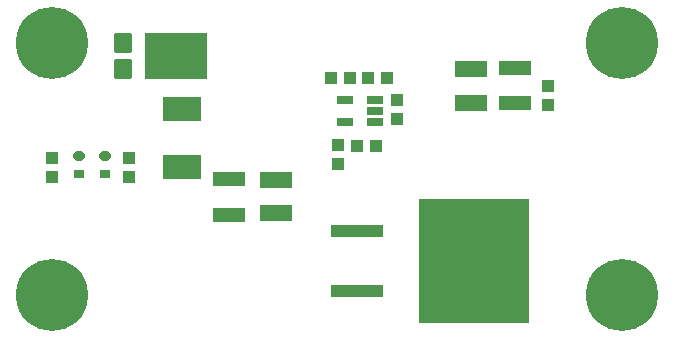
<source format=gts>
G04*
G04 #@! TF.GenerationSoftware,Altium Limited,Altium Designer,20.0.2 (26)*
G04*
G04 Layer_Color=8388736*
%FSLAX25Y25*%
%MOIN*%
G70*
G01*
G75*
%ADD27R,0.04331X0.03937*%
%ADD28R,0.03937X0.04331*%
%ADD29R,0.37008X0.41339*%
%ADD30R,0.17717X0.04134*%
%ADD31R,0.05512X0.02756*%
%ADD32R,0.12795X0.08110*%
%ADD33R,0.03740X0.03150*%
G04:AMPARAMS|DCode=34|XSize=37.4mil|YSize=31.5mil|CornerRadius=0mil|HoleSize=0mil|Usage=FLASHONLY|Rotation=0.000|XOffset=0mil|YOffset=0mil|HoleType=Round|Shape=Octagon|*
%AMOCTAGOND34*
4,1,8,0.01870,-0.00787,0.01870,0.00787,0.01083,0.01575,-0.01083,0.01575,-0.01870,0.00787,-0.01870,-0.00787,-0.01083,-0.01575,0.01083,-0.01575,0.01870,-0.00787,0.0*
%
%ADD34OCTAGOND34*%

%ADD35R,0.20709X0.15354*%
G04:AMPARAMS|DCode=36|XSize=66.93mil|YSize=60.63mil|CornerRadius=9.06mil|HoleSize=0mil|Usage=FLASHONLY|Rotation=90.000|XOffset=0mil|YOffset=0mil|HoleType=Round|Shape=RoundedRectangle|*
%AMROUNDEDRECTD36*
21,1,0.06693,0.04252,0,0,90.0*
21,1,0.04882,0.06063,0,0,90.0*
1,1,0.01811,0.02126,0.02441*
1,1,0.01811,0.02126,-0.02441*
1,1,0.01811,-0.02126,-0.02441*
1,1,0.01811,-0.02126,0.02441*
%
%ADD36ROUNDEDRECTD36*%
%ADD37R,0.10827X0.05512*%
%ADD38R,0.11024X0.04921*%
%ADD39C,0.24016*%
%ADD40C,0.01968*%
D27*
X19685Y73622D02*
D03*
Y79921D02*
D03*
X45276Y73622D02*
D03*
Y79921D02*
D03*
X134800Y99250D02*
D03*
Y92950D02*
D03*
X185039Y103937D02*
D03*
Y97638D02*
D03*
X115000Y84250D02*
D03*
Y77950D02*
D03*
D28*
X131405Y106649D02*
D03*
X125106D02*
D03*
X112606D02*
D03*
X118905D02*
D03*
X121350Y84000D02*
D03*
X127650D02*
D03*
D29*
X160400Y45700D02*
D03*
D30*
X121227Y35700D02*
D03*
Y55700D02*
D03*
D31*
X127176Y91909D02*
D03*
Y95649D02*
D03*
Y99389D02*
D03*
X117334D02*
D03*
Y91909D02*
D03*
D32*
X62992Y96260D02*
D03*
Y76968D02*
D03*
D33*
X28500Y74606D02*
D03*
X37402D02*
D03*
D34*
X28500Y80709D02*
D03*
X37402D02*
D03*
D35*
X61102Y113917D02*
D03*
D36*
X43307Y109724D02*
D03*
Y118110D02*
D03*
D37*
X159449Y98425D02*
D03*
Y109449D02*
D03*
X94488Y61516D02*
D03*
Y72539D02*
D03*
D38*
X173967Y109941D02*
D03*
Y98130D02*
D03*
X78740Y72835D02*
D03*
Y61024D02*
D03*
D39*
X209700Y34300D02*
D03*
Y118110D02*
D03*
X19685Y34300D02*
D03*
Y118110D02*
D03*
D40*
X175197Y62992D02*
D03*
X143701Y27559D02*
D03*
X147638D02*
D03*
X175197Y59055D02*
D03*
Y55118D02*
D03*
Y51181D02*
D03*
Y47244D02*
D03*
Y43307D02*
D03*
Y39370D02*
D03*
Y35433D02*
D03*
Y31496D02*
D03*
Y27559D02*
D03*
X159449D02*
D03*
X155512D02*
D03*
X151575D02*
D03*
X163386D02*
D03*
Y31496D02*
D03*
Y35433D02*
D03*
Y39370D02*
D03*
Y43307D02*
D03*
X167323D02*
D03*
Y39370D02*
D03*
Y35433D02*
D03*
Y31496D02*
D03*
Y27559D02*
D03*
X171260Y43307D02*
D03*
Y39370D02*
D03*
Y35433D02*
D03*
Y31496D02*
D03*
Y27559D02*
D03*
X163386Y47244D02*
D03*
Y51181D02*
D03*
Y55118D02*
D03*
Y59055D02*
D03*
Y62992D02*
D03*
X167323D02*
D03*
Y59055D02*
D03*
Y55118D02*
D03*
Y51181D02*
D03*
Y47244D02*
D03*
X171260Y62992D02*
D03*
Y59055D02*
D03*
Y55118D02*
D03*
Y51181D02*
D03*
Y47244D02*
D03*
X143701Y39370D02*
D03*
X147638D02*
D03*
X151575D02*
D03*
X155512D02*
D03*
X159449D02*
D03*
Y35433D02*
D03*
X155512D02*
D03*
X151575D02*
D03*
X147638D02*
D03*
X143701D02*
D03*
X159449Y31496D02*
D03*
X155512D02*
D03*
X151575D02*
D03*
X147638D02*
D03*
X143701D02*
D03*
Y51181D02*
D03*
X147638D02*
D03*
X151575D02*
D03*
X155512D02*
D03*
X159449D02*
D03*
Y47244D02*
D03*
X155512D02*
D03*
X151575D02*
D03*
X147638D02*
D03*
X143701D02*
D03*
X159449Y43307D02*
D03*
X155512D02*
D03*
X151575D02*
D03*
X147638D02*
D03*
X143701D02*
D03*
Y62992D02*
D03*
X147638D02*
D03*
X151575D02*
D03*
X155512D02*
D03*
X159449D02*
D03*
Y59055D02*
D03*
X155512D02*
D03*
X151575D02*
D03*
X147638D02*
D03*
X143701D02*
D03*
X159449Y55118D02*
D03*
X155512D02*
D03*
X151575D02*
D03*
X147638D02*
D03*
X143701D02*
D03*
X53150Y110236D02*
D03*
X57087D02*
D03*
X61024D02*
D03*
X64961D02*
D03*
X68898D02*
D03*
X53150Y114173D02*
D03*
X57087D02*
D03*
X61024D02*
D03*
X64961D02*
D03*
X68898D02*
D03*
Y118110D02*
D03*
X64961D02*
D03*
X61024D02*
D03*
X57087D02*
D03*
X53150D02*
D03*
M02*

</source>
